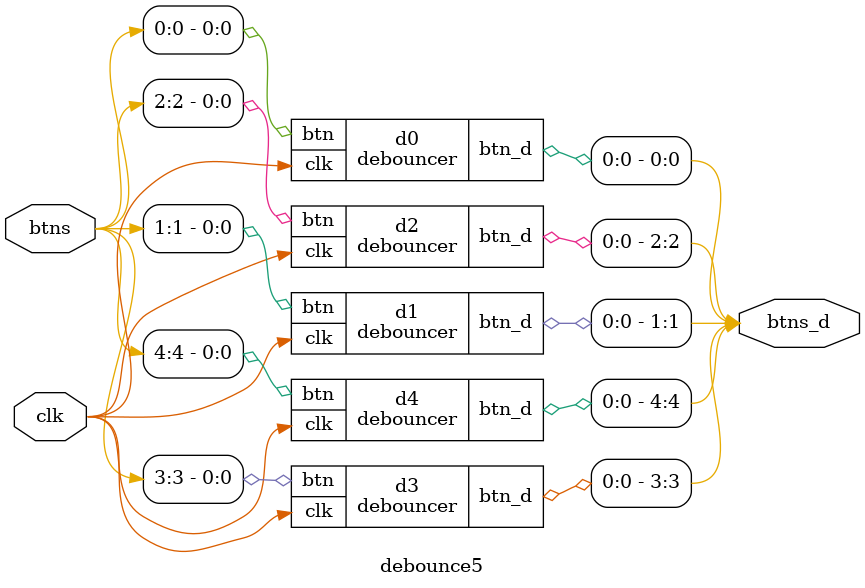
<source format=v>
`timescale 1ns / 1ps

module debouncer(
    input btn,
    input clk,
    output btn_d
    );

wire slow_clk;
wire q1, q2;	

clock_divider clk_div(
	.clk(clk),
	.freq(125000),
	.reset(0),
	.clk_out(slow_clk) 
	);
	


dff d1(slow_clk, btn, q1);
dff d2(slow_clk, q1, q2);
assign btn_d = q1 & ~q2;

endmodule

module dff (input dff_clk, d, output reg q);
	always @(posedge dff_clk) begin
		q <= d;
	end
endmodule

module debounce5 (
	input [4:0] btns,
	input clk,
	output [4:0] btns_d
	);
	
debouncer d0(
    .btn(btns[0]),
    .clk(clk),
    .btn_d(btns_d[0])
    );	
debouncer d1(
    .btn(btns[1]),
    .clk(clk),
    .btn_d(btns_d[1])
    );	
debouncer d2(
    .btn(btns[2]),
    .clk(clk),
    .btn_d(btns_d[2])
    );	
debouncer d3(
    .btn(btns[3]),
    .clk(clk),
    .btn_d(btns_d[3])
    );	
debouncer d4(
    .btn(btns[4]),
    .clk(clk),
    .btn_d(btns_d[4])
    );	

	
endmodule

</source>
